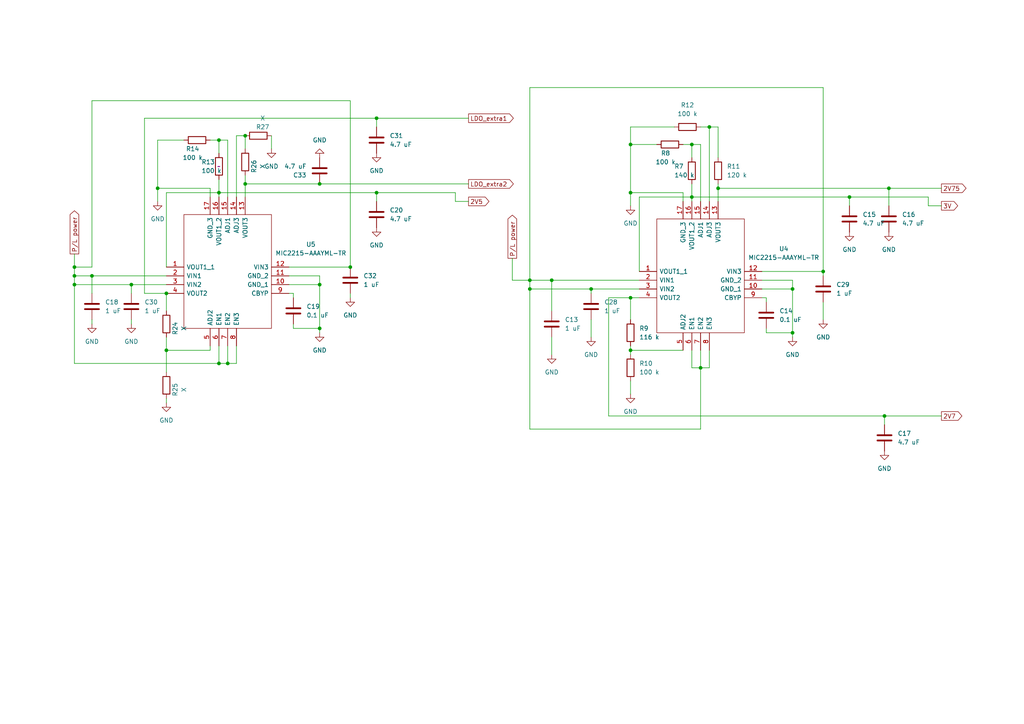
<source format=kicad_sch>
(kicad_sch (version 20211123) (generator eeschema)
  (paper "A4")
  (lib_symbols
    (symbol "Device:C" (pin_numbers hide) (pin_names (offset 0.254))
      (property "Reference" "C" (at 0.635 2.54 0))
      (property "Value" "C" (at 0.635 -2.54 0))
      (symbol "C_0_1"
        (polyline (pts (xy -2.032 -0.762) (xy 2.032 -0.762)) (stroke (width 0.508)))
        (polyline (pts (xy -2.032 0.762) (xy 2.032 0.762)) (stroke (width 0.508)))
      )
      (symbol "C_1_1"
        (pin passive line (at 0 3.81 270) (length 2.794) (name "~") (number "1"))
        (pin passive line (at 0 -3.81 90) (length 2.794) (name "~") (number "2"))
      )
    )
    (symbol "Device:R" (pin_numbers hide) (pin_names (offset 0))
      (property "Reference" "R" (at 2.032 0 90))
      (property "Value" "R" (at 0 0 90))
      (symbol "R_0_1"
        (rectangle (start -1.016 -2.54) (end 1.016 2.54) (stroke (width 0.254)))
      )
      (symbol "R_1_1"
        (pin passive line (at 0 3.81 270) (length 1.27) (name "~") (number "1"))
        (pin passive line (at 0 -3.81 90) (length 1.27) (name "~") (number "2"))
      )
    )
    (symbol "SamacSys_Parts:MIC2215-AAAYML-TR" (pin_names (offset 0.762))
      (property "Reference" "IC" (at 31.75 20.32 0))
      (property "Value" "MIC2215-AAAYML-TR" (at 31.75 17.78 0))
      (symbol "MIC2215-AAAYML-TR_0_0"
        (pin passive line (at 0 0 0) (length 5.08) (name "VOUT1_1") (number "1"))
        (pin passive line (at 35.56 -5.08 180) (length 5.08) (name "GND_1") (number "10"))
        (pin passive line (at 35.56 -2.54 180) (length 5.08) (name "GND_2") (number "11"))
        (pin passive line (at 35.56 0 180) (length 5.08) (name "VIN3") (number "12"))
        (pin passive line (at 22.86 20.32 270) (length 5.08) (name "VOUT3") (number "13"))
        (pin passive line (at 20.32 20.32 270) (length 5.08) (name "ADJ3") (number "14"))
        (pin passive line (at 17.78 20.32 270) (length 5.08) (name "ADJ1") (number "15"))
        (pin passive line (at 15.24 20.32 270) (length 5.08) (name "VOUT1_2") (number "16"))
        (pin passive line (at 12.7 20.32 270) (length 5.08) (name "GND_3") (number "17"))
        (pin passive line (at 0 -2.54 0) (length 5.08) (name "VIN1") (number "2"))
        (pin passive line (at 0 -5.08 0) (length 5.08) (name "VIN2") (number "3"))
        (pin passive line (at 0 -7.62 0) (length 5.08) (name "VOUT2") (number "4"))
        (pin passive line (at 12.7 -22.86 90) (length 5.08) (name "ADJ2") (number "5"))
        (pin passive line (at 15.24 -22.86 90) (length 5.08) (name "EN1") (number "6"))
        (pin passive line (at 17.78 -22.86 90) (length 5.08) (name "EN2") (number "7"))
        (pin passive line (at 20.32 -22.86 90) (length 5.08) (name "EN3") (number "8"))
        (pin passive line (at 35.56 -7.62 180) (length 5.08) (name "CBYP") (number "9"))
      )
      (symbol "MIC2215-AAAYML-TR_0_1"
        (polyline (pts (xy 5.08 15.24) (xy 30.48 15.24) (xy 30.48 -17.78) (xy 5.08 -17.78) (xy 5.08 15.24)) (stroke (width 0.1524)))
      )
    )
    (symbol "power:GND" (power) (pin_names (offset 0))
      (property "Value" "GND" (at 0 -3.81 0))
      (symbol "GND_0_1"
        (polyline (pts (xy 0 0) (xy 0 -1.27) (xy 1.27 -1.27) (xy 0 -2.54) (xy -1.27 -1.27) (xy 0 -1.27)))
      )
      (symbol "GND_1_1"
        (pin power_in line (at 0 0 270) (length 0) hide (name "GND") (number "1"))
      )
    )
  )
  (junction (at 63.5 40.64))
  (junction (at 38.1 82.55))
  (junction (at 26.67 80.01))
  (junction (at 182.88 101.6))
  (junction (at 21.59 77.47))
  (junction (at 229.87 83.82))
  (junction (at 203.2 106.68))
  (junction (at 238.76 78.74))
  (junction (at 92.71 53.34))
  (junction (at 182.88 86.36))
  (junction (at 45.72 54.61))
  (junction (at 71.12 39.37))
  (junction (at 71.12 53.34))
  (junction (at 160.02 81.28))
  (junction (at 205.74 36.83))
  (junction (at 101.6 77.47))
  (junction (at 229.87 96.52))
  (junction (at 21.59 82.55))
  (junction (at 21.59 80.01))
  (junction (at 48.26 85.09))
  (junction (at 63.5 55.88))
  (junction (at 92.71 82.55))
  (junction (at 48.26 101.6))
  (junction (at 153.67 81.28))
  (junction (at 171.45 83.82))
  (junction (at 92.71 95.25))
  (junction (at 109.22 34.29))
  (junction (at 63.5 105.41))
  (junction (at 109.22 55.88))
  (junction (at 246.38 57.15))
  (junction (at 200.66 41.91))
  (junction (at 208.28 54.61))
  (junction (at 66.04 105.41))
  (junction (at 256.54 120.65))
  (junction (at 182.88 55.88))
  (junction (at 200.66 57.15))
  (junction (at 182.88 41.91))
  (junction (at 257.81 54.61))
  (junction (at 153.67 83.82))
  (wire (pts (xy 101.6 85.09) (xy 101.6 86.36)))
  (wire (pts (xy 38.1 82.55) (xy 48.26 82.55)))
  (wire (pts (xy 85.09 95.25) (xy 92.71 95.25)))
  (wire (pts (xy 148.59 74.93) (xy 148.59 81.28)))
  (wire (pts (xy 109.22 34.29) (xy 135.89 34.29)))
  (wire (pts (xy 21.59 82.55) (xy 21.59 105.41)))
  (wire (pts (xy 238.76 78.74) (xy 238.76 80.01)))
  (wire (pts (xy 171.45 83.82) (xy 185.42 83.82)))
  (wire (pts (xy 203.2 106.68) (xy 205.74 106.68)))
  (wire (pts (xy 256.54 120.65) (xy 273.05 120.65)))
  (wire (pts (xy 45.72 54.61) (xy 45.72 58.42)))
  (wire (pts (xy 205.74 36.83) (xy 208.28 36.83)))
  (wire (pts (xy 269.24 59.69) (xy 273.05 59.69)))
  (wire (pts (xy 92.71 53.34) (xy 135.89 53.34)))
  (wire (pts (xy 26.67 80.01) (xy 26.67 85.09)))
  (wire (pts (xy 85.09 93.98) (xy 85.09 95.25)))
  (wire (pts (xy 153.67 124.46) (xy 203.2 124.46)))
  (wire (pts (xy 160.02 81.28) (xy 160.02 90.17)))
  (wire (pts (xy 48.26 101.6) (xy 48.26 107.95)))
  (wire (pts (xy 200.66 41.91) (xy 203.2 41.91)))
  (wire (pts (xy 203.2 36.83) (xy 205.74 36.83)))
  (wire (pts (xy 63.5 52.07) (xy 63.5 55.88)))
  (wire (pts (xy 66.04 105.41) (xy 66.04 100.33)))
  (wire (pts (xy 182.88 110.49) (xy 182.88 114.3)))
  (wire (pts (xy 203.2 106.68) (xy 203.2 124.46)))
  (wire (pts (xy 38.1 92.71) (xy 38.1 93.98)))
  (wire (pts (xy 203.2 101.6) (xy 203.2 106.68)))
  (wire (pts (xy 171.45 92.71) (xy 171.45 97.79)))
  (wire (pts (xy 246.38 57.15) (xy 246.38 59.69)))
  (wire (pts (xy 63.5 100.33) (xy 63.5 105.41)))
  (wire (pts (xy 48.26 77.47) (xy 48.26 55.88)))
  (wire (pts (xy 68.58 57.15) (xy 68.58 39.37)))
  (wire (pts (xy 220.98 81.28) (xy 229.87 81.28)))
  (wire (pts (xy 68.58 39.37) (xy 71.12 39.37)))
  (wire (pts (xy 92.71 82.55) (xy 92.71 95.25)))
  (wire (pts (xy 198.12 58.42) (xy 198.12 55.88)))
  (wire (pts (xy 101.6 77.47) (xy 101.6 29.21)))
  (wire (pts (xy 45.72 40.64) (xy 53.34 40.64)))
  (wire (pts (xy 176.53 86.36) (xy 176.53 120.65)))
  (wire (pts (xy 63.5 105.41) (xy 66.04 105.41)))
  (wire (pts (xy 109.22 34.29) (xy 109.22 36.83)))
  (wire (pts (xy 238.76 78.74) (xy 238.76 25.4)))
  (wire (pts (xy 185.42 57.15) (xy 200.66 57.15)))
  (wire (pts (xy 132.08 55.88) (xy 132.08 58.42)))
  (wire (pts (xy 83.82 77.47) (xy 101.6 77.47)))
  (wire (pts (xy 71.12 50.8) (xy 71.12 53.34)))
  (wire (pts (xy 60.96 100.33) (xy 60.96 101.6)))
  (wire (pts (xy 48.26 85.09) (xy 48.26 90.17)))
  (wire (pts (xy 85.09 85.09) (xy 83.82 85.09)))
  (wire (pts (xy 153.67 81.28) (xy 153.67 83.82)))
  (wire (pts (xy 195.58 36.83) (xy 182.88 36.83)))
  (wire (pts (xy 182.88 41.91) (xy 190.5 41.91)))
  (wire (pts (xy 208.28 36.83) (xy 208.28 45.72)))
  (wire (pts (xy 205.74 106.68) (xy 205.74 101.6)))
  (wire (pts (xy 257.81 54.61) (xy 257.81 59.69)))
  (wire (pts (xy 222.25 86.36) (xy 220.98 86.36)))
  (wire (pts (xy 38.1 82.55) (xy 38.1 85.09)))
  (wire (pts (xy 63.5 55.88) (xy 63.5 57.15)))
  (wire (pts (xy 182.88 101.6) (xy 182.88 102.87)))
  (wire (pts (xy 200.66 57.15) (xy 200.66 58.42)))
  (wire (pts (xy 153.67 83.82) (xy 153.67 124.46)))
  (wire (pts (xy 257.81 54.61) (xy 273.05 54.61)))
  (wire (pts (xy 182.88 41.91) (xy 182.88 55.88)))
  (wire (pts (xy 63.5 44.45) (xy 63.5 40.64)))
  (wire (pts (xy 21.59 73.66) (xy 21.59 77.47)))
  (wire (pts (xy 68.58 100.33) (xy 68.58 105.41)))
  (wire (pts (xy 109.22 55.88) (xy 132.08 55.88)))
  (wire (pts (xy 45.72 40.64) (xy 45.72 54.61)))
  (wire (pts (xy 48.26 97.79) (xy 48.26 101.6)))
  (wire (pts (xy 78.74 39.37) (xy 78.74 43.18)))
  (wire (pts (xy 21.59 80.01) (xy 26.67 80.01)))
  (wire (pts (xy 208.28 54.61) (xy 257.81 54.61)))
  (wire (pts (xy 21.59 80.01) (xy 21.59 82.55)))
  (wire (pts (xy 220.98 78.74) (xy 238.76 78.74)))
  (wire (pts (xy 182.88 55.88) (xy 198.12 55.88)))
  (wire (pts (xy 63.5 55.88) (xy 109.22 55.88)))
  (wire (pts (xy 182.88 86.36) (xy 182.88 92.71)))
  (wire (pts (xy 208.28 53.34) (xy 208.28 54.61)))
  (wire (pts (xy 200.66 45.72) (xy 200.66 41.91)))
  (wire (pts (xy 71.12 53.34) (xy 92.71 53.34)))
  (wire (pts (xy 208.28 54.61) (xy 208.28 58.42)))
  (wire (pts (xy 160.02 81.28) (xy 185.42 81.28)))
  (wire (pts (xy 101.6 29.21) (xy 26.67 29.21)))
  (wire (pts (xy 171.45 83.82) (xy 171.45 85.09)))
  (wire (pts (xy 48.26 55.88) (xy 63.5 55.88)))
  (wire (pts (xy 256.54 120.65) (xy 256.54 123.19)))
  (wire (pts (xy 26.67 77.47) (xy 21.59 77.47)))
  (wire (pts (xy 153.67 25.4) (xy 153.67 81.28)))
  (wire (pts (xy 48.26 115.57) (xy 48.26 116.84)))
  (wire (pts (xy 203.2 41.91) (xy 203.2 58.42)))
  (wire (pts (xy 92.71 80.01) (xy 92.71 82.55)))
  (wire (pts (xy 222.25 95.25) (xy 222.25 96.52)))
  (wire (pts (xy 71.12 39.37) (xy 71.12 43.18)))
  (wire (pts (xy 68.58 105.41) (xy 66.04 105.41)))
  (wire (pts (xy 229.87 81.28) (xy 229.87 83.82)))
  (wire (pts (xy 60.96 57.15) (xy 60.96 54.61)))
  (wire (pts (xy 185.42 78.74) (xy 185.42 57.15)))
  (wire (pts (xy 41.91 34.29) (xy 109.22 34.29)))
  (wire (pts (xy 182.88 101.6) (xy 198.12 101.6)))
  (wire (pts (xy 238.76 87.63) (xy 238.76 92.71)))
  (wire (pts (xy 220.98 83.82) (xy 229.87 83.82)))
  (wire (pts (xy 171.45 83.82) (xy 153.67 83.82)))
  (wire (pts (xy 200.66 101.6) (xy 200.66 106.68)))
  (wire (pts (xy 222.25 96.52) (xy 229.87 96.52)))
  (wire (pts (xy 26.67 80.01) (xy 48.26 80.01)))
  (wire (pts (xy 229.87 96.52) (xy 229.87 97.79)))
  (wire (pts (xy 205.74 36.83) (xy 205.74 58.42)))
  (wire (pts (xy 200.66 53.34) (xy 200.66 57.15)))
  (wire (pts (xy 71.12 53.34) (xy 71.12 57.15)))
  (wire (pts (xy 83.82 82.55) (xy 92.71 82.55)))
  (wire (pts (xy 83.82 80.01) (xy 92.71 80.01)))
  (wire (pts (xy 269.24 57.15) (xy 269.24 59.69)))
  (wire (pts (xy 160.02 97.79) (xy 160.02 102.87)))
  (wire (pts (xy 26.67 29.21) (xy 26.67 77.47)))
  (wire (pts (xy 132.08 58.42) (xy 135.89 58.42)))
  (wire (pts (xy 185.42 86.36) (xy 182.88 86.36)))
  (wire (pts (xy 200.66 106.68) (xy 203.2 106.68)))
  (wire (pts (xy 21.59 105.41) (xy 63.5 105.41)))
  (wire (pts (xy 92.71 95.25) (xy 92.71 96.52)))
  (wire (pts (xy 85.09 86.36) (xy 85.09 85.09)))
  (wire (pts (xy 148.59 81.28) (xy 153.67 81.28)))
  (wire (pts (xy 63.5 40.64) (xy 60.96 40.64)))
  (wire (pts (xy 66.04 40.64) (xy 66.04 57.15)))
  (wire (pts (xy 60.96 101.6) (xy 48.26 101.6)))
  (wire (pts (xy 200.66 41.91) (xy 198.12 41.91)))
  (wire (pts (xy 182.88 100.33) (xy 182.88 101.6)))
  (wire (pts (xy 176.53 120.65) (xy 256.54 120.65)))
  (wire (pts (xy 41.91 85.09) (xy 41.91 34.29)))
  (wire (pts (xy 109.22 55.88) (xy 109.22 58.42)))
  (wire (pts (xy 153.67 25.4) (xy 238.76 25.4)))
  (wire (pts (xy 153.67 81.28) (xy 160.02 81.28)))
  (wire (pts (xy 246.38 57.15) (xy 269.24 57.15)))
  (wire (pts (xy 222.25 87.63) (xy 222.25 86.36)))
  (wire (pts (xy 48.26 85.09) (xy 41.91 85.09)))
  (wire (pts (xy 182.88 86.36) (xy 176.53 86.36)))
  (wire (pts (xy 63.5 40.64) (xy 66.04 40.64)))
  (wire (pts (xy 21.59 77.47) (xy 21.59 80.01)))
  (wire (pts (xy 182.88 36.83) (xy 182.88 41.91)))
  (wire (pts (xy 26.67 92.71) (xy 26.67 93.98)))
  (wire (pts (xy 21.59 82.55) (xy 38.1 82.55)))
  (wire (pts (xy 45.72 54.61) (xy 60.96 54.61)))
  (wire (pts (xy 200.66 57.15) (xy 246.38 57.15)))
  (wire (pts (xy 182.88 55.88) (xy 182.88 59.69)))
  (wire (pts (xy 229.87 83.82) (xy 229.87 96.52)))
  (global_label "LDO_extra2" (shape output) (at 135.89 53.34 0) (property "Intersheet References" "${INTERSHEET_REFS}" (effects hide)))
  (global_label "3V" (shape output) (at 273.05 59.69 0) (property "Intersheet References" "${INTERSHEET_REFS}" (effects hide)))
  (global_label "LDO_extra1" (shape output) (at 135.89 34.29 0) (property "Intersheet References" "${INTERSHEET_REFS}" (effects hide)))
  (global_label "2V5" (shape output) (at 135.89 58.42 0) (property "Intersheet References" "${INTERSHEET_REFS}" (effects hide)))
  (global_label "P{slash}L power" (shape output) (at 148.59 74.93 90) (property "Intersheet References" "${INTERSHEET_REFS}" (effects hide)))
  (global_label "P{slash}L power" (shape output) (at 21.59 73.66 90) (property "Intersheet References" "${INTERSHEET_REFS}" (effects hide)))
  (global_label "2V75" (shape output) (at 273.05 54.61 0) (property "Intersheet References" "${INTERSHEET_REFS}" (effects hide)))
  (global_label "2V7" (shape output) (at 273.05 120.65 0) (property "Intersheet References" "${INTERSHEET_REFS}" (effects hide)))
  (symbol (lib_id "power:GND") (at 182.88 114.3 0) (unit 1)
    (property "Reference" "#PWR0115" (effects hide))
    (property "Value" "GND" (at 182.88 119.38 0))
  )
  (symbol (lib_id "power:GND") (at 229.87 97.79 0) (unit 1)
    (property "Reference" "#PWR0113" (effects hide))
    (property "Value" "GND" (at 229.87 102.87 0))
  )
  (symbol (lib_id "power:GND") (at 92.71 45.72 180) (unit 1)
    (property "Reference" "#PWR0145" (effects hide))
    (property "Value" "GND" (at 92.71 40.64 0))
  )
  (symbol (lib_id "Device:R") (at 63.5 48.26 0) (unit 1)
    (property "Reference" "R13" (at 58.42 46.99 0) (effects (justify left)))
    (property "Value" "100 k" (at 58.42 49.53 0) (effects (justify left)))
    (property "Footprint" "Resistor_SMD:R_0603_1608Metric_Pad0.98x0.95mm_HandSolder" (effects hide))
    (property "Datasheet" "~" (at 63.5 48.26 0))
  )
  (symbol (lib_id "Device:C") (at 257.81 63.5 0) (unit 1)
    (property "Reference" "C16" (at 261.62 62.2299 0) (effects (justify left)))
    (property "Value" "4.7 uF" (at 261.62 64.7699 0) (effects (justify left)))
    (property "Footprint" "Capacitor_SMD:C_0603_1608Metric_Pad1.08x0.95mm_HandSolder" (effects hide))
  )
  (symbol (lib_id "Device:C") (at 92.71 49.53 180) (unit 1)
    (property "Reference" "C33" (at 88.9 50.8001 0) (effects (justify left)))
    (property "Value" "4.7 uF" (at 88.9 48.2601 0) (effects (justify left)))
    (property "Footprint" "Capacitor_SMD:C_0603_1608Metric_Pad1.08x0.95mm_HandSolder" (effects hide))
  )
  (symbol (lib_id "SamacSys_Parts:MIC2215-AAAYML-TR") (at 48.26 77.47 0) (unit 1)
    (property "Reference" "U5" (at 90.17 70.8912 0))
    (property "Value" "MIC2215-AAAYML-TR" (at 90.17 73.4312 0))
    (property "Footprint" "SamacSys_Parts:QFN65P400X400X90-17N" (effects hide))
    (property "Datasheet" "http://ww1.microchip.com/downloads/en/DeviceDoc/mic2215.pdf" (effects hide))
    (property "Description" "LDO Voltage Regulators Triple uCap LDO with High PSRR" (effects hide))
    (property "Height" "0.9" (effects hide))
    (property "Mouser Part Number" "998-MIC2215-AAAYMLTR" (effects hide))
    (property "Mouser Price/Stock" "https://www.mouser.co.uk/ProductDetail/Microchip-Technology-Micrel/MIC2215-AAAYML-TR?qs=U6T8BxXiZAXrbywSX8nz8w%3D%3D" (effects hide))
    (property "Manufacturer_Name" "Microchip" (effects hide))
    (property "Manufacturer_Part_Number" "MIC2215-AAAYML-TR" (effects hide))
  )
  (symbol (lib_id "Device:C") (at 101.6 81.28 0) (unit 1)
    (property "Reference" "C32" (at 105.41 80.0099 0) (effects (justify left)))
    (property "Value" "1 uF" (at 105.41 82.5499 0) (effects (justify left)))
    (property "Footprint" "Capacitor_SMD:C_0603_1608Metric_Pad1.08x0.95mm_HandSolder" (effects hide))
  )
  (symbol (lib_id "Device:C") (at 109.22 62.23 0) (unit 1)
    (property "Reference" "C20" (at 113.03 60.9599 0) (effects (justify left)))
    (property "Value" "4.7 uF" (at 113.03 63.4999 0) (effects (justify left)))
    (property "Footprint" "Capacitor_SMD:C_0603_1608Metric_Pad1.08x0.95mm_HandSolder" (effects hide))
  )
  (symbol (lib_id "Device:R") (at 57.15 40.64 90) (unit 1)
    (property "Reference" "R14" (at 55.88 43.18 90))
    (property "Value" "100 k" (at 55.88 45.72 90))
    (property "Footprint" "Resistor_SMD:R_0603_1608Metric_Pad0.98x0.95mm_HandSolder" (effects hide))
  )
  (symbol (lib_id "Device:R") (at 182.88 96.52 0) (unit 1)
    (property "Reference" "R9" (at 185.42 95.2499 0) (effects (justify left)))
    (property "Value" "116 k" (at 185.42 97.7899 0) (effects (justify left)))
    (property "Footprint" "Resistor_SMD:R_0603_1608Metric_Pad0.98x0.95mm_HandSolder" (effects hide))
  )
  (symbol (lib_id "Device:C") (at 171.45 88.9 0) (unit 1)
    (property "Reference" "C28" (at 175.26 87.6299 0) (effects (justify left)))
    (property "Value" "1 uF" (at 175.26 90.1699 0) (effects (justify left)))
    (property "Footprint" "Capacitor_SMD:C_0603_1608Metric_Pad1.08x0.95mm_HandSolder" (effects hide))
  )
  (symbol (lib_id "power:GND") (at 257.81 67.31 0) (unit 1)
    (property "Reference" "#PWR0122" (effects hide))
    (property "Value" "GND" (at 257.81 72.39 0))
  )
  (symbol (lib_id "power:GND") (at 246.38 67.31 0) (unit 1)
    (property "Reference" "#PWR0114" (effects hide))
    (property "Value" "GND" (at 246.38 72.39 0))
  )
  (symbol (lib_id "Device:C") (at 238.76 83.82 0) (unit 1)
    (property "Reference" "C29" (at 242.57 82.5499 0) (effects (justify left)))
    (property "Value" "1 uF" (at 242.57 85.0899 0) (effects (justify left)))
    (property "Footprint" "Capacitor_SMD:C_0603_1608Metric_Pad1.08x0.95mm_HandSolder" (effects hide))
  )
  (symbol (lib_id "power:GND") (at 78.74 43.18 0) (unit 1)
    (property "Reference" "#PWR0146" (effects hide))
    (property "Value" "GND" (at 78.74 48.26 0))
  )
  (symbol (lib_id "Device:C") (at 85.09 90.17 0) (unit 1)
    (property "Reference" "C19" (at 88.9 88.8999 0) (effects (justify left)))
    (property "Value" "0.1 uF" (at 88.9 91.4399 0) (effects (justify left)))
    (property "Footprint" "Capacitor_SMD:C_0402_1005Metric_Pad0.74x0.62mm_HandSolder" (effects hide))
  )
  (symbol (lib_id "Device:R") (at 199.39 36.83 90) (unit 1)
    (property "Reference" "R12" (at 199.39 30.48 90))
    (property "Value" "100 k" (at 199.39 33.02 90))
    (property "Footprint" "Resistor_SMD:R_0603_1608Metric_Pad0.98x0.95mm_HandSolder" (effects hide))
  )
  (symbol (lib_id "Device:C") (at 222.25 91.44 0) (unit 1)
    (property "Reference" "C14" (at 226.06 90.1699 0) (effects (justify left)))
    (property "Value" "0.1 uF" (at 226.06 92.7099 0) (effects (justify left)))
    (property "Footprint" "Capacitor_SMD:C_0402_1005Metric_Pad0.74x0.62mm_HandSolder" (effects hide))
  )
  (symbol (lib_id "Device:C") (at 160.02 93.98 0) (unit 1)
    (property "Reference" "C13" (at 163.83 92.7099 0) (effects (justify left)))
    (property "Value" "1 uF" (at 163.83 95.2499 0) (effects (justify left)))
    (property "Footprint" "Capacitor_SMD:C_0603_1608Metric_Pad1.08x0.95mm_HandSolder" (effects hide))
  )
  (symbol (lib_id "Device:R") (at 71.12 46.99 180) (unit 1)
    (property "Reference" "R26" (at 73.66 48.26 90))
    (property "Value" "X" (at 76.2 48.26 90))
    (property "Footprint" "Resistor_SMD:R_0603_1608Metric_Pad0.98x0.95mm_HandSolder" (effects hide))
  )
  (symbol (lib_id "power:GND") (at 109.22 66.04 0) (unit 1)
    (property "Reference" "#PWR0119" (effects hide))
    (property "Value" "GND" (at 109.22 71.12 0))
  )
  (symbol (lib_id "Device:C") (at 26.67 88.9 0) (unit 1)
    (property "Reference" "C18" (at 30.48 87.6299 0) (effects (justify left)))
    (property "Value" "1 uF" (at 30.48 90.1699 0) (effects (justify left)))
    (property "Footprint" "Capacitor_SMD:C_0603_1608Metric_Pad1.08x0.95mm_HandSolder" (effects hide))
  )
  (symbol (lib_id "power:GND") (at 48.26 116.84 0) (unit 1)
    (property "Reference" "#PWR0144" (effects hide))
    (property "Value" "GND" (at 48.26 121.92 0))
  )
  (symbol (lib_id "Device:R") (at 182.88 106.68 0) (unit 1)
    (property "Reference" "R10" (at 185.42 105.4099 0) (effects (justify left)))
    (property "Value" "100 k" (at 185.42 107.9499 0) (effects (justify left)))
    (property "Footprint" "Resistor_SMD:R_0603_1608Metric_Pad0.98x0.95mm_HandSolder" (effects hide))
  )
  (symbol (lib_id "Device:R") (at 200.66 49.53 0) (unit 1)
    (property "Reference" "R7" (at 195.58 48.26 0) (effects (justify left)))
    (property "Value" "140 k" (at 195.58 50.8 0) (effects (justify left)))
    (property "Footprint" "Resistor_SMD:R_0603_1608Metric_Pad0.98x0.95mm_HandSolder" (effects hide))
  )
  (symbol (lib_id "SamacSys_Parts:MIC2215-AAAYML-TR") (at 185.42 78.74 0) (unit 1)
    (property "Reference" "U4" (at 227.33 72.1612 0))
    (property "Value" "MIC2215-AAAYML-TR" (at 227.33 74.7012 0))
    (property "Footprint" "SamacSys_Parts:QFN65P400X400X90-17N" (effects hide))
    (property "Datasheet" "http://ww1.microchip.com/downloads/en/DeviceDoc/mic2215.pdf" (effects hide))
    (property "Description" "LDO Voltage Regulators Triple uCap LDO with High PSRR" (effects hide))
    (property "Height" "0.9" (effects hide))
    (property "Mouser Part Number" "998-MIC2215-AAAYMLTR" (effects hide))
    (property "Mouser Price/Stock" "https://www.mouser.co.uk/ProductDetail/Microchip-Technology-Micrel/MIC2215-AAAYML-TR?qs=U6T8BxXiZAXrbywSX8nz8w%3D%3D" (effects hide))
    (property "Manufacturer_Name" "Microchip" (effects hide))
    (property "Manufacturer_Part_Number" "MIC2215-AAAYML-TR" (effects hide))
  )
  (symbol (lib_id "Device:C") (at 109.22 40.64 0) (unit 1)
    (property "Reference" "C31" (at 113.03 39.3699 0) (effects (justify left)))
    (property "Value" "4.7 uF" (at 113.03 41.9099 0) (effects (justify left)))
    (property "Footprint" "Capacitor_SMD:C_0603_1608Metric_Pad1.08x0.95mm_HandSolder" (effects hide))
  )
  (symbol (lib_id "power:GND") (at 256.54 130.81 0) (unit 1)
    (property "Reference" "#PWR0121" (effects hide))
    (property "Value" "GND" (at 256.54 135.89 0))
  )
  (symbol (lib_id "power:GND") (at 109.22 44.45 0) (unit 1)
    (property "Reference" "#PWR0123" (effects hide))
    (property "Value" "GND" (at 109.22 49.53 0))
  )
  (symbol (lib_id "power:GND") (at 38.1 93.98 0) (unit 1)
    (property "Reference" "#PWR0143" (effects hide))
    (property "Value" "GND" (at 38.1 99.06 0))
  )
  (symbol (lib_id "power:GND") (at 26.67 93.98 0) (unit 1)
    (property "Reference" "#PWR0112" (effects hide))
    (property "Value" "GND" (at 26.67 99.06 0))
  )
  (symbol (lib_id "Device:C") (at 256.54 127 0) (unit 1)
    (property "Reference" "C17" (at 260.35 125.7299 0) (effects (justify left)))
    (property "Value" "4.7 uF" (at 260.35 128.2699 0) (effects (justify left)))
    (property "Footprint" "Capacitor_SMD:C_0603_1608Metric_Pad1.08x0.95mm_HandSolder" (effects hide))
  )
  (symbol (lib_id "power:GND") (at 160.02 102.87 0) (unit 1)
    (property "Reference" "#PWR0118" (effects hide))
    (property "Value" "GND" (at 160.02 107.95 0))
  )
  (symbol (lib_id "Device:R") (at 48.26 111.76 180) (unit 1)
    (property "Reference" "R25" (at 50.8 113.03 90))
    (property "Value" "X" (at 53.34 113.03 90))
    (property "Footprint" "Resistor_SMD:R_0603_1608Metric_Pad0.98x0.95mm_HandSolder" (effects hide))
  )
  (symbol (lib_id "Device:C") (at 38.1 88.9 0) (unit 1)
    (property "Reference" "C30" (at 41.91 87.6299 0) (effects (justify left)))
    (property "Value" "1 uF" (at 41.91 90.1699 0) (effects (justify left)))
    (property "Footprint" "Capacitor_SMD:C_0603_1608Metric_Pad1.08x0.95mm_HandSolder" (effects hide))
  )
  (symbol (lib_id "power:GND") (at 101.6 86.36 0) (unit 1)
    (property "Reference" "#PWR0147" (effects hide))
    (property "Value" "GND" (at 101.6 91.44 0))
  )
  (symbol (lib_id "Device:C") (at 246.38 63.5 0) (unit 1)
    (property "Reference" "C15" (at 250.19 62.2299 0) (effects (justify left)))
    (property "Value" "4.7 uF" (at 250.19 64.7699 0) (effects (justify left)))
    (property "Footprint" "Capacitor_SMD:C_0603_1608Metric_Pad1.08x0.95mm_HandSolder" (effects hide))
  )
  (symbol (lib_id "power:GND") (at 45.72 58.42 0) (unit 1)
    (property "Reference" "#PWR0110" (effects hide))
    (property "Value" "GND" (at 45.72 63.5 0))
  )
  (symbol (lib_id "power:GND") (at 92.71 96.52 0) (unit 1)
    (property "Reference" "#PWR0120" (effects hide))
    (property "Value" "GND" (at 92.71 101.6 0))
  )
  (symbol (lib_id "Device:R") (at 194.31 41.91 90) (unit 1)
    (property "Reference" "R8" (at 193.04 44.45 90))
    (property "Value" "100 k" (at 193.04 46.99 90))
    (property "Footprint" "Resistor_SMD:R_0603_1608Metric_Pad0.98x0.95mm_HandSolder" (effects hide))
  )
  (symbol (lib_id "power:GND") (at 171.45 97.79 0) (unit 1)
    (property "Reference" "#PWR0142" (effects hide))
    (property "Value" "GND" (at 171.45 102.87 0))
  )
  (symbol (lib_id "power:GND") (at 182.88 59.69 0) (unit 1)
    (property "Reference" "#PWR0116" (effects hide))
    (property "Value" "GND" (at 182.88 64.77 0))
  )
  (symbol (lib_id "Device:R") (at 208.28 49.53 0) (unit 1)
    (property "Reference" "R11" (at 210.82 48.2599 0) (effects (justify left)))
    (property "Value" "120 k" (at 210.82 50.7999 0) (effects (justify left)))
    (property "Footprint" "Resistor_SMD:R_0603_1608Metric_Pad0.98x0.95mm_HandSolder" (effects hide))
  )
  (symbol (lib_id "Device:R") (at 74.93 39.37 270) (unit 1)
    (property "Reference" "R27" (at 76.2 36.83 90))
    (property "Value" "X" (at 76.2 34.29 90))
    (property "Footprint" "Resistor_SMD:R_0603_1608Metric_Pad0.98x0.95mm_HandSolder" (effects hide))
  )
  (symbol (lib_id "power:GND") (at 238.76 92.71 0) (unit 1)
    (property "Reference" "#PWR0141" (effects hide))
    (property "Value" "GND" (at 238.76 97.79 0))
  )
  (symbol (lib_id "Device:R") (at 48.26 93.98 180) (unit 1)
    (property "Reference" "R24" (at 50.8 95.25 90))
    (property "Value" "X" (at 53.34 95.25 90))
    (property "Footprint" "Resistor_SMD:R_0603_1608Metric_Pad0.98x0.95mm_HandSolder" (effects hide))
  )
)
</source>
